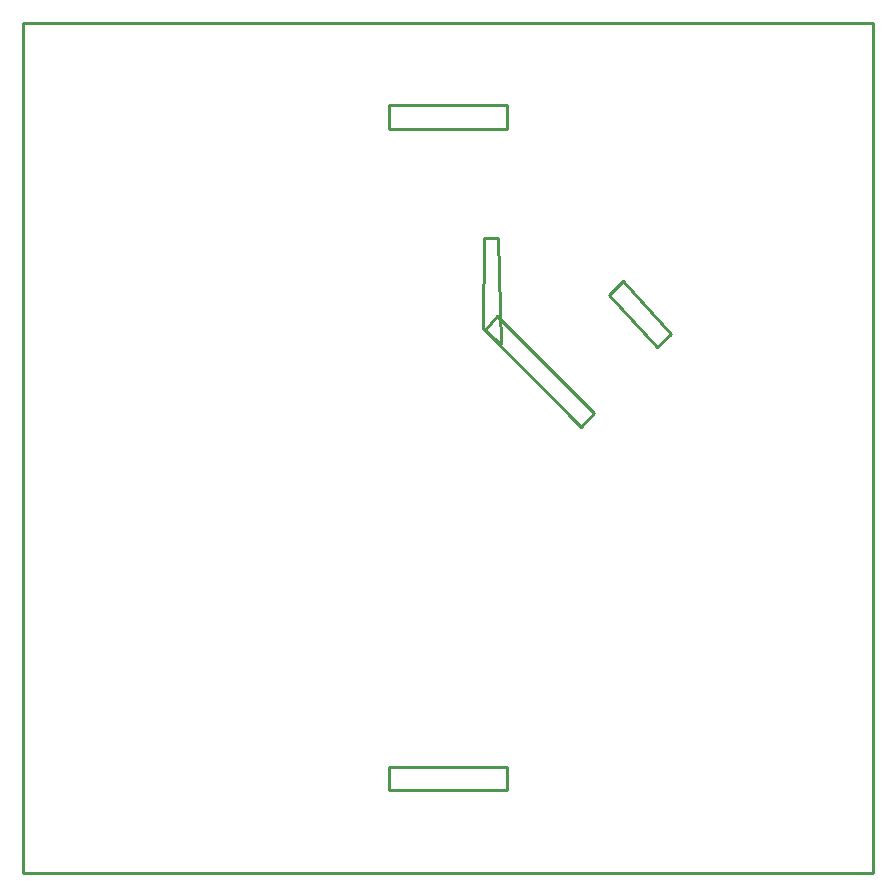
<source format=gko>
G04 Layer: BoardOutlineLayer*
G04 EasyEDA v6.5.5, 2022-05-12 22:16:57*
G04 08c4366467794e2483e8b99e1b790a1a,62a2711f98894334b0c9608ef6a587eb,10*
G04 Gerber Generator version 0.2*
G04 Scale: 100 percent, Rotated: No, Reflected: No *
G04 Dimensions in millimeters *
G04 leading zeros omitted , absolute positions ,4 integer and 5 decimal *
%FSLAX45Y45*%
%MOMM*%

%ADD10C,0.2540*%
D10*
X-3600000Y3600000D02*
G01*
X3600000Y3600000D01*
X3600000Y-3600000D01*
X-3600000Y-3600000D01*
X-3600000Y3600000D01*
X304800Y1778000D02*
G01*
X292100Y1003300D01*
X292100Y1003300D02*
G01*
X444500Y876300D01*
X444500Y876300D02*
G01*
X425450Y1778000D01*
X425450Y1778000D02*
G01*
X304800Y1778000D01*
X1365250Y1295400D02*
G01*
X1479550Y1409700D01*
X1479550Y1409700D02*
G01*
X1885950Y965200D01*
X1885950Y965200D02*
G01*
X1771650Y850900D01*
X1771650Y850900D02*
G01*
X1365250Y1295400D01*
X1365250Y1295400D02*
G01*
X1365250Y1295400D01*
X311150Y996442D02*
G01*
X412750Y1117600D01*
X412750Y1117600D02*
G01*
X1238250Y292100D01*
X1238250Y292100D02*
G01*
X1123950Y177800D01*
X1123950Y177800D02*
G01*
X311150Y996442D01*
X311150Y996442D02*
G01*
X311150Y996442D01*
X-499998Y-2899999D02*
G01*
X-499998Y-2699999D01*
X-499998Y-2699999D02*
G01*
X499998Y-2699999D01*
X499998Y-2699999D02*
G01*
X499998Y-2899999D01*
X499998Y-2899999D02*
G01*
X-499998Y-2899999D01*
X-499998Y2699999D02*
G01*
X-499998Y2899999D01*
X-499998Y2899999D02*
G01*
X499998Y2899999D01*
X499998Y2899999D02*
G01*
X499998Y2699999D01*
X499998Y2699999D02*
G01*
X-499998Y2699999D01*

%LPD*%
M02*

</source>
